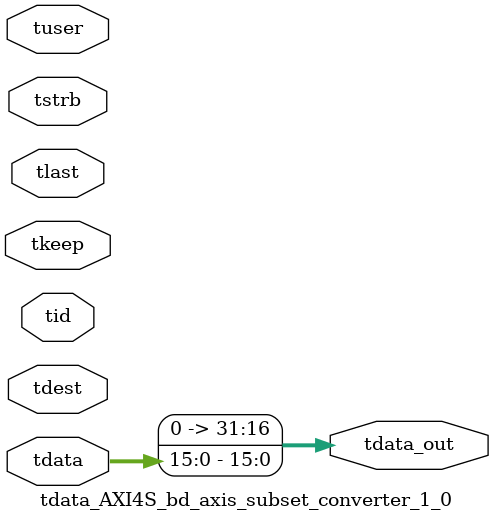
<source format=v>


`timescale 1ps/1ps

module tdata_AXI4S_bd_axis_subset_converter_1_0 #
(
parameter C_S_AXIS_TDATA_WIDTH = 32,
parameter C_S_AXIS_TUSER_WIDTH = 0,
parameter C_S_AXIS_TID_WIDTH   = 0,
parameter C_S_AXIS_TDEST_WIDTH = 0,
parameter C_M_AXIS_TDATA_WIDTH = 32
)
(
input  [(C_S_AXIS_TDATA_WIDTH == 0 ? 1 : C_S_AXIS_TDATA_WIDTH)-1:0     ] tdata,
input  [(C_S_AXIS_TUSER_WIDTH == 0 ? 1 : C_S_AXIS_TUSER_WIDTH)-1:0     ] tuser,
input  [(C_S_AXIS_TID_WIDTH   == 0 ? 1 : C_S_AXIS_TID_WIDTH)-1:0       ] tid,
input  [(C_S_AXIS_TDEST_WIDTH == 0 ? 1 : C_S_AXIS_TDEST_WIDTH)-1:0     ] tdest,
input  [(C_S_AXIS_TDATA_WIDTH/8)-1:0 ] tkeep,
input  [(C_S_AXIS_TDATA_WIDTH/8)-1:0 ] tstrb,
input                                                                    tlast,
output [C_M_AXIS_TDATA_WIDTH-1:0] tdata_out
);

assign tdata_out = {tdata[15:0]};

endmodule


</source>
